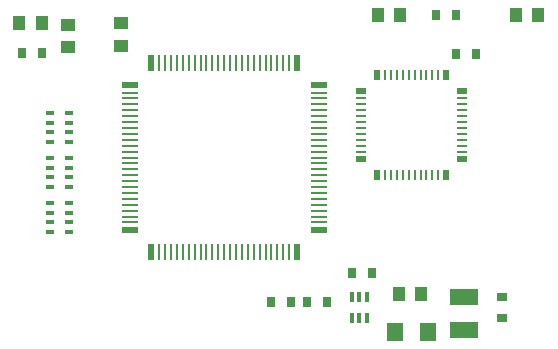
<source format=gtp>
G04 EAGLE Gerber RS-274X export*
G75*
%MOMM*%
%FSLAX34Y34*%
%LPD*%
%INpad maske top*%
%IPPOS*%
%AMOC8*
5,1,8,0,0,1.08239X$1,22.5*%
G01*
%ADD10R,1.046000X1.246000*%
%ADD11R,1.346000X1.546000*%
%ADD12R,2.446000X1.346000*%
%ADD13R,1.246000X1.046000*%
%ADD14R,0.800000X0.900000*%
%ADD15R,0.900000X0.800000*%
%ADD16R,0.800000X0.400000*%
%ADD17R,1.372000X0.512000*%
%ADD18R,1.436000X0.256000*%
%ADD19R,0.512000X1.372000*%
%ADD20R,0.256000X1.436000*%
%ADD21R,0.880000X0.480000*%
%ADD22R,0.940000X0.240000*%
%ADD23R,0.480000X0.880000*%
%ADD24R,0.240000X0.940000*%
%ADD25R,0.320000X0.970000*%


D10*
X47650Y289560D03*
X66650Y289560D03*
X368960Y59690D03*
X387960Y59690D03*
D11*
X365730Y27940D03*
X393730Y27940D03*
D12*
X424180Y57180D03*
X424180Y29180D03*
D13*
X88900Y268630D03*
X88900Y287630D03*
X133350Y269900D03*
X133350Y288900D03*
D10*
X468020Y295910D03*
X487020Y295910D03*
X370180Y295910D03*
X351180Y295910D03*
D14*
X49920Y264160D03*
X66920Y264160D03*
X400440Y295910D03*
X417440Y295910D03*
X329320Y77470D03*
X346320Y77470D03*
X416950Y262890D03*
X433950Y262890D03*
X291220Y53340D03*
X308220Y53340D03*
X260740Y53340D03*
X277740Y53340D03*
D15*
X455930Y39760D03*
X455930Y56760D03*
D16*
X73280Y136460D03*
X73280Y128460D03*
X73280Y120460D03*
X73280Y112460D03*
X89280Y112460D03*
X89280Y120460D03*
X89280Y128460D03*
X89280Y136460D03*
X73280Y174560D03*
X73280Y166560D03*
X73280Y158560D03*
X73280Y150560D03*
X89280Y150560D03*
X89280Y158560D03*
X89280Y166560D03*
X89280Y174560D03*
X73280Y212660D03*
X73280Y204660D03*
X73280Y196660D03*
X73280Y188660D03*
X89280Y188660D03*
X89280Y196660D03*
X89280Y204660D03*
X89280Y212660D03*
D17*
X140980Y236860D03*
D18*
X140980Y230260D03*
X140980Y225260D03*
X140980Y220260D03*
X140980Y215260D03*
X140980Y210260D03*
X140980Y205260D03*
X140980Y200260D03*
X140980Y195260D03*
X140980Y190260D03*
X140980Y185260D03*
X140980Y180260D03*
X140980Y175260D03*
X140980Y170260D03*
X140980Y165260D03*
X140980Y160260D03*
X140980Y155260D03*
X140980Y150260D03*
X140980Y145260D03*
X140980Y140260D03*
X140980Y135260D03*
X140980Y130260D03*
X140980Y125260D03*
X140980Y120260D03*
D17*
X140980Y113660D03*
D19*
X159380Y95260D03*
D20*
X165980Y95260D03*
X170980Y95260D03*
X175980Y95260D03*
X180980Y95260D03*
X185980Y95260D03*
X190980Y95260D03*
X195980Y95260D03*
X200980Y95260D03*
X205980Y95260D03*
X210980Y95260D03*
X215980Y95260D03*
X220980Y95260D03*
X225980Y95260D03*
X230980Y95260D03*
X235980Y95260D03*
X240980Y95260D03*
X245980Y95260D03*
X250980Y95260D03*
X255980Y95260D03*
X260980Y95260D03*
X265980Y95260D03*
X270980Y95260D03*
X275980Y95260D03*
D19*
X282580Y95260D03*
D17*
X300980Y113660D03*
D18*
X300980Y120260D03*
X300980Y125260D03*
X300980Y130260D03*
X300980Y135260D03*
X300980Y140260D03*
X300980Y145260D03*
X300980Y150260D03*
X300980Y155260D03*
X300980Y160260D03*
X300980Y165260D03*
X300980Y170260D03*
X300980Y175260D03*
X300980Y180260D03*
X300980Y185260D03*
X300980Y190260D03*
X300980Y195260D03*
X300980Y200260D03*
X300980Y205260D03*
X300980Y210260D03*
X300980Y215260D03*
X300980Y220260D03*
X300980Y225260D03*
X300980Y230260D03*
D17*
X300980Y236860D03*
D19*
X282580Y255260D03*
D20*
X275980Y255260D03*
X270980Y255260D03*
X265980Y255260D03*
X260980Y255260D03*
X255980Y255260D03*
X250980Y255260D03*
X245980Y255260D03*
X240980Y255260D03*
X235980Y255260D03*
X230980Y255260D03*
X225980Y255260D03*
X220980Y255260D03*
X215980Y255260D03*
X210980Y255260D03*
X205980Y255260D03*
X200980Y255260D03*
X195980Y255260D03*
X190980Y255260D03*
X185980Y255260D03*
X180980Y255260D03*
X175980Y255260D03*
X170980Y255260D03*
X165980Y255260D03*
D19*
X159380Y255260D03*
D21*
X337230Y231760D03*
D22*
X337230Y225260D03*
X337230Y220260D03*
X337230Y215260D03*
X337230Y210260D03*
X337230Y205260D03*
X337230Y200260D03*
X337230Y195260D03*
X337230Y190260D03*
X337230Y185260D03*
X337230Y180260D03*
D21*
X337230Y173760D03*
D23*
X350730Y160260D03*
D24*
X357230Y160260D03*
X362230Y160260D03*
X367230Y160260D03*
X372230Y160260D03*
X377230Y160260D03*
X382230Y160260D03*
X387230Y160260D03*
X392230Y160260D03*
X397230Y160260D03*
X402230Y160260D03*
D23*
X408730Y160260D03*
D21*
X422230Y173760D03*
D22*
X422230Y180260D03*
X422230Y185260D03*
X422230Y190260D03*
X422230Y195260D03*
X422230Y200260D03*
X422230Y205260D03*
X422230Y210260D03*
X422230Y215260D03*
X422230Y220260D03*
X422230Y225260D03*
D21*
X422230Y231760D03*
D23*
X408730Y245260D03*
D24*
X402230Y245260D03*
X397230Y245260D03*
X392230Y245260D03*
X387230Y245260D03*
X382230Y245260D03*
X377230Y245260D03*
X372230Y245260D03*
X367230Y245260D03*
X362230Y245260D03*
X357230Y245260D03*
D23*
X350730Y245260D03*
D25*
X328780Y39010D03*
X335280Y39010D03*
X341780Y39010D03*
X341780Y57510D03*
X335280Y57510D03*
X328780Y57510D03*
M02*

</source>
